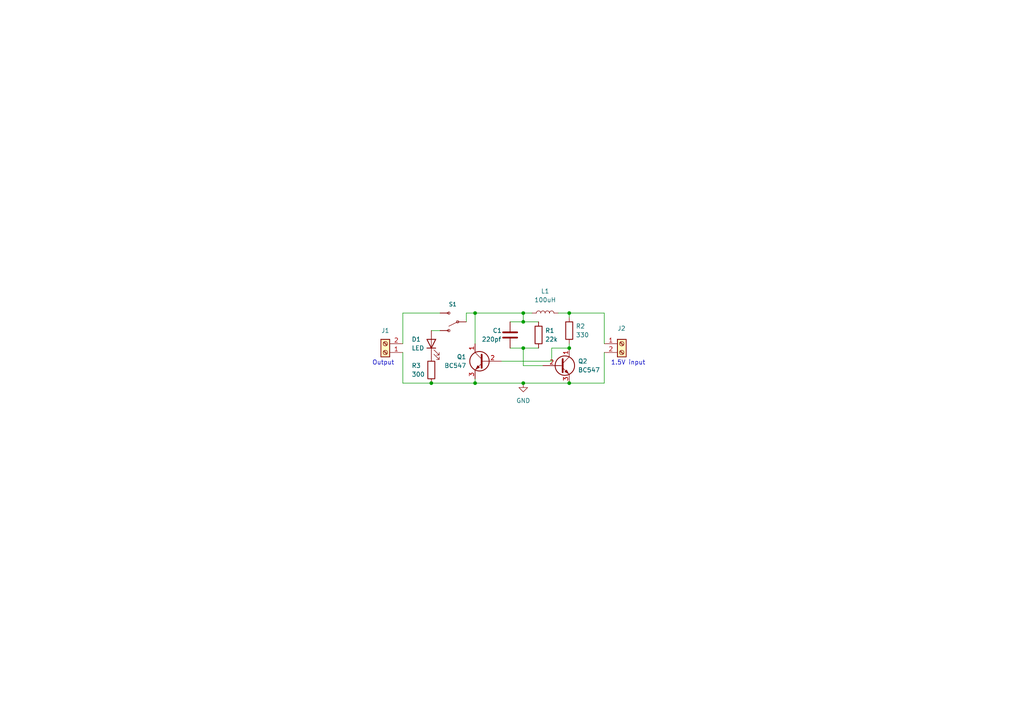
<source format=kicad_sch>
(kicad_sch (version 20211123) (generator eeschema)
  (paper "A4")
  (title_block (title "Simple JouleThief ") (date "2022-10-08") (rev "1.0") (comment 1 "Casper R. Tak"))
  (lib_symbols
    (symbol "Connector:Screw_Terminal_01x02" (pin_names (offset 1.016) hide)
      (property "Reference" "J" (at 0 2.54 0))
      (property "Value" "Screw_Terminal_01x02" (at 0 -5.08 0))
      (symbol "Screw_Terminal_01x02_1_1"
        (rectangle (start -1.27 1.27) (end 1.27 -3.81) (stroke (width 0.254)) (fill (type background)))
        (circle (center 0 -2.54) (radius 0.635) (stroke (width 0.1524)))
        (polyline (pts (xy -0.5334 -2.2098) (xy 0.3302 -3.048)) (stroke (width 0.1524)))
        (polyline (pts (xy -0.5334 0.3302) (xy 0.3302 -0.508)) (stroke (width 0.1524)))
        (polyline (pts (xy -0.3556 -2.032) (xy 0.508 -2.8702)) (stroke (width 0.1524)))
        (polyline (pts (xy -0.3556 0.508) (xy 0.508 -0.3302)) (stroke (width 0.1524)))
        (circle (center 0 0) (radius 0.635) (stroke (width 0.1524)))
        (pin passive line (at -5.08 0 0) (length 3.81) (name "Pin_1") (number "1"))
        (pin passive line (at -5.08 -2.54 0) (length 3.81) (name "Pin_2") (number "2"))
      )
    )
    (symbol "Device:C" (pin_numbers hide) (pin_names (offset 0.254))
      (property "Reference" "C" (at 0.635 2.54 0))
      (property "Value" "C" (at 0.635 -2.54 0))
      (symbol "C_0_1"
        (polyline (pts (xy -2.032 -0.762) (xy 2.032 -0.762)) (stroke (width 0.508)))
        (polyline (pts (xy -2.032 0.762) (xy 2.032 0.762)) (stroke (width 0.508)))
      )
      (symbol "C_1_1"
        (pin passive line (at 0 3.81 270) (length 2.794) (name "~") (number "1"))
        (pin passive line (at 0 -3.81 90) (length 2.794) (name "~") (number "2"))
      )
    )
    (symbol "Device:L" (pin_numbers hide) (pin_names (offset 1.016) hide)
      (property "Reference" "L" (at -1.27 0 90))
      (property "Value" "L" (at 1.905 0 90))
      (symbol "L_0_1"
        (arc (start 0 -2.54) (mid 0.635 -1.905) (end 0 -1.27))
        (arc (start 0 -1.27) (mid 0.635 -0.635) (end 0 0))
        (arc (start 0 0) (mid 0.635 0.635) (end 0 1.27))
        (arc (start 0 1.27) (mid 0.635 1.905) (end 0 2.54))
      )
      (symbol "L_1_1"
        (pin passive line (at 0 3.81 270) (length 1.27) (name "1") (number "1"))
        (pin passive line (at 0 -3.81 90) (length 1.27) (name "2") (number "2"))
      )
    )
    (symbol "Device:LED" (pin_numbers hide) (pin_names (offset 1.016) hide)
      (property "Reference" "D" (at 0 2.54 0))
      (property "Value" "LED" (at 0 -2.54 0))
      (symbol "LED_0_1"
        (polyline (pts (xy -1.27 -1.27) (xy -1.27 1.27)) (stroke (width 0.254)))
        (polyline (pts (xy -1.27 0) (xy 1.27 0)))
        (polyline (pts (xy 1.27 -1.27) (xy 1.27 1.27) (xy -1.27 0) (xy 1.27 -1.27)) (stroke (width 0.254)))
        (polyline (pts (xy -3.048 -0.762) (xy -4.572 -2.286) (xy -3.81 -2.286) (xy -4.572 -2.286) (xy -4.572 -1.524)))
        (polyline (pts (xy -1.778 -0.762) (xy -3.302 -2.286) (xy -2.54 -2.286) (xy -3.302 -2.286) (xy -3.302 -1.524)))
      )
      (symbol "LED_1_1"
        (pin passive line (at -3.81 0 0) (length 2.54) (name "K") (number "1"))
        (pin passive line (at 3.81 0 180) (length 2.54) (name "A") (number "2"))
      )
    )
    (symbol "Device:R" (pin_numbers hide) (pin_names (offset 0))
      (property "Reference" "R" (at 2.032 0 90))
      (property "Value" "R" (at 0 0 90))
      (symbol "R_0_1"
        (rectangle (start -1.016 -2.54) (end 1.016 2.54) (stroke (width 0.254)))
      )
      (symbol "R_1_1"
        (pin passive line (at 0 3.81 270) (length 1.27) (name "~") (number "1"))
        (pin passive line (at 0 -3.81 90) (length 1.27) (name "~") (number "2"))
      )
    )
    (symbol "SparkFun-Switches:SWITCH-SPDT-PTH-11.6X4.0MM-KIT" (pin_numbers hide) (pin_names (offset 1.016) hide)
      (property "Reference" "S" (at -2.54 3.81 0))
      (property "Value" "SWITCH-SPDT-PTH-11.6X4.0MM-KIT" (at -2.54 -5.08 0))
      (property "Field4" "SWCH-08261" (at 0 7.62 0))
      (symbol "SWITCH-SPDT-PTH-11.6X4.0MM-KIT_1_0"
        (polyline (pts (xy 0 0) (xy 2.54 1.27)))
        (polyline (pts (xy 2.54 -2.54) (xy 3.175 -2.54)))
        (polyline (pts (xy 2.54 2.54) (xy 3.175 2.54)))
      )
      (symbol "SWITCH-SPDT-PTH-11.6X4.0MM-KIT_1_1"
        (circle (center 0 0) (radius 0.3556))
        (circle (center 2.54 -2.54) (radius 0.3556))
        (circle (center 2.54 2.54) (radius 0.3556))
        (pin passive line (at 5.08 2.54 180) (length 2.54) (name "O") (number "1"))
        (pin passive line (at -2.54 0 0) (length 2.54) (name "P") (number "2"))
        (pin passive line (at 5.08 -2.54 180) (length 2.54) (name "S") (number "3"))
      )
    )
    (symbol "Transistor_BJT:BC547" (pin_names (offset 0) hide)
      (property "Reference" "Q" (at 5.08 1.905 0))
      (property "Value" "BC547" (at 5.08 0 0))
      (symbol "BC547_0_1"
        (polyline (pts (xy 0 0) (xy 0.635 0)))
        (polyline (pts (xy 0.635 0.635) (xy 2.54 2.54)))
        (polyline (pts (xy 0.635 -0.635) (xy 2.54 -2.54) (xy 2.54 -2.54)))
        (polyline (pts (xy 0.635 1.905) (xy 0.635 -1.905) (xy 0.635 -1.905)) (stroke (width 0.508)))
        (polyline (pts (xy 1.27 -1.778) (xy 1.778 -1.27) (xy 2.286 -2.286) (xy 1.27 -1.778) (xy 1.27 -1.778)) (fill (type outline)))
        (circle (center 1.27 0) (radius 2.8194) (stroke (width 0.254)))
      )
      (symbol "BC547_1_1"
        (pin passive line (at 2.54 5.08 270) (length 2.54) (name "C") (number "1"))
        (pin input line (at -5.08 0 0) (length 5.08) (name "B") (number "2"))
        (pin passive line (at 2.54 -5.08 90) (length 2.54) (name "E") (number "3"))
      )
    )
    (symbol "power:GND" (power) (pin_names (offset 0))
      (property "Value" "GND" (at 0 -3.81 0))
      (symbol "GND_0_1"
        (polyline (pts (xy 0 0) (xy 0 -1.27) (xy 1.27 -1.27) (xy 0 -2.54) (xy -1.27 -1.27) (xy 0 -1.27)))
      )
      (symbol "GND_1_1"
        (pin power_in line (at 0 0 270) (length 0) hide (name "GND") (number "1"))
      )
    )
  )
  (junction (at 151.765 90.805))
  (junction (at 137.795 90.805))
  (junction (at 151.765 100.965))
  (junction (at 165.1 100.965))
  (junction (at 151.765 111.125))
  (junction (at 125.095 111.125))
  (junction (at 151.765 93.345))
  (junction (at 165.1 111.125))
  (junction (at 165.1 90.805))
  (junction (at 137.795 111.125))
  (wire (pts (xy 116.84 111.125) (xy 125.095 111.125)))
  (wire (pts (xy 137.795 109.855) (xy 137.795 111.125)))
  (wire (pts (xy 147.955 100.965) (xy 151.765 100.965)))
  (wire (pts (xy 165.1 99.695) (xy 165.1 100.965)))
  (wire (pts (xy 147.955 93.345) (xy 151.765 93.345)))
  (wire (pts (xy 135.255 90.805) (xy 137.795 90.805)))
  (wire (pts (xy 151.765 90.805) (xy 137.795 90.805)))
  (wire (pts (xy 151.765 93.345) (xy 151.765 90.805)))
  (wire (pts (xy 156.21 93.345) (xy 151.765 93.345)))
  (wire (pts (xy 151.765 100.965) (xy 151.765 106.045)))
  (wire (pts (xy 145.415 104.775) (xy 160.02 104.775)))
  (wire (pts (xy 175.26 99.695) (xy 175.26 90.805)))
  (wire (pts (xy 116.84 111.125) (xy 116.84 102.235)))
  (wire (pts (xy 125.095 111.125) (xy 137.795 111.125)))
  (wire (pts (xy 160.02 100.965) (xy 160.02 104.775)))
  (wire (pts (xy 151.765 100.965) (xy 156.21 100.965)))
  (wire (pts (xy 161.925 90.805) (xy 165.1 90.805)))
  (wire (pts (xy 137.795 90.805) (xy 137.795 99.695)))
  (wire (pts (xy 165.1 92.075) (xy 165.1 90.805)))
  (wire (pts (xy 151.765 106.045) (xy 157.48 106.045)))
  (wire (pts (xy 175.26 90.805) (xy 165.1 90.805)))
  (wire (pts (xy 165.1 100.965) (xy 160.02 100.965)))
  (wire (pts (xy 175.26 111.125) (xy 165.1 111.125)))
  (wire (pts (xy 175.26 102.235) (xy 175.26 111.125)))
  (wire (pts (xy 151.765 90.805) (xy 154.305 90.805)))
  (wire (pts (xy 137.795 111.125) (xy 151.765 111.125)))
  (wire (pts (xy 127.635 95.885) (xy 125.095 95.885)))
  (wire (pts (xy 165.1 111.125) (xy 151.765 111.125)))
  (wire (pts (xy 116.84 99.695) (xy 116.84 90.805)))
  (wire (pts (xy 116.84 90.805) (xy 127.635 90.805)))
  (wire (pts (xy 135.255 93.345) (xy 135.255 90.805)))
  (text "1.5V input\n" (at 177.165 106.045 0) (effects (font (size 1.27 1.27)) (justify left bottom)))
  (text "Output" (at 107.95 106.045 0) (effects (font (size 1.27 1.27)) (justify left bottom)))
  (symbol (lib_id "Transistor_BJT:BC547") (at 162.56 106.045 0) (unit 1)
    (property "Reference" "Q2" (at 167.64 104.775 0) (effects (justify left)))
    (property "Value" "BC547" (at 167.64 107.315 0) (effects (justify left)))
    (property "Footprint" "Package_TO_SOT_THT:TO-92_Inline" (effects hide))
    (property "Datasheet" "https://www.onsemi.com/pub/Collateral/BC550-D.pdf" (effects hide))
  )
  (symbol (lib_id "Connector:Screw_Terminal_01x02") (at 180.34 99.695 0) (unit 1)
    (property "Reference" "J2" (at 179.07 95.25 0) (effects (justify left)))
    (property "Value" "Screw_Terminal_01x02" (effects hide))
    (property "Footprint" "TerminalBlock:TerminalBlock_bornier-2_P5.08mm" (effects hide))
  )
  (symbol (lib_id "Device:L") (at 158.115 90.805 90) (unit 1)
    (property "Reference" "L1" (at 158.115 84.455 90))
    (property "Value" "100uH" (at 158.115 86.995 90))
    (property "Footprint" "Inductor_THT:L_Axial_L5.0mm_D3.6mm_P10.00mm_Horizontal_Murata_BL01RN1A2A2" (effects hide))
  )
  (symbol (lib_id "Transistor_BJT:BC547") (at 140.335 104.775 0) (mirror y) (unit 1)
    (property "Reference" "Q1" (at 135.255 103.505 0) (effects (justify left)))
    (property "Value" "BC547" (at 135.255 106.045 0) (effects (justify left)))
    (property "Footprint" "Package_TO_SOT_THT:TO-92_Inline" (effects hide))
    (property "Datasheet" "https://www.onsemi.com/pub/Collateral/BC550-D.pdf" (effects hide))
  )
  (symbol (lib_id "Device:C") (at 147.955 97.155 0) (unit 1)
    (property "Reference" "C1" (at 142.875 95.885 0) (effects (justify left)))
    (property "Value" "220pf" (at 139.7 98.425 0) (effects (justify left)))
    (property "Footprint" "Capacitor_THT:C_Axial_L5.1mm_D3.1mm_P7.50mm_Horizontal" (effects hide))
  )
  (symbol (lib_id "SparkFun-Switches:SWITCH-SPDT-PTH-11.6X4.0MM-KIT") (at 132.715 93.345 180) (unit 1)
    (property "Reference" "S1" (at 131.3053 88.265 0) (effects (font (size 1.143 1.143))))
    (property "Value" "SWITCH-SPDT-PTH-11.6X4.0MM-KIT" (effects hide))
    (property "Footprint" "SnapEDA Library:SW_1825159-1" (effects hide))
    (property "Field4" "SWCH-08261" (effects hide))
  )
  (symbol (lib_id "Device:R") (at 165.1 95.885 0) (unit 1)
    (property "Reference" "R2" (at 167.005 94.6149 0) (effects (justify left)))
    (property "Value" "330" (at 167.005 97.1549 0) (effects (justify left)))
    (property "Footprint" "Resistor_THT:R_Axial_DIN0204_L3.6mm_D1.6mm_P7.62mm_Horizontal" (effects hide))
  )
  (symbol (lib_id "power:GND") (at 151.765 111.125 0) (mirror y) (unit 1)
    (property "Reference" "#PWR01" (effects hide))
    (property "Value" "GND" (at 151.765 116.205 0))
  )
  (symbol (lib_id "Connector:Screw_Terminal_01x02") (at 111.76 102.235 180) (unit 1)
    (property "Reference" "J1" (at 111.76 95.885 0))
    (property "Value" "Screw_Terminal_01x02" (effects hide))
    (property "Footprint" "TerminalBlock:TerminalBlock_bornier-2_P5.08mm" (effects hide))
  )
  (symbol (lib_id "Device:R") (at 156.21 97.155 0) (unit 1)
    (property "Reference" "R1" (at 158.115 95.8849 0) (effects (justify left)))
    (property "Value" "22k" (at 158.115 98.425 0) (effects (justify left)))
    (property "Footprint" "Resistor_THT:R_Axial_DIN0204_L3.6mm_D1.6mm_P7.62mm_Horizontal" (effects hide))
  )
  (symbol (lib_id "Device:LED") (at 125.095 99.695 90) (unit 1)
    (property "Reference" "D1" (at 119.38 98.425 90) (effects (justify right)))
    (property "Value" "LED" (at 119.38 100.965 90) (effects (justify right)))
    (property "Footprint" "LED_THT:LED_D5.0mm_Clear" (effects hide))
  )
  (symbol (lib_id "Device:R") (at 125.095 107.315 0) (unit 1)
    (property "Reference" "R3" (at 119.38 106.045 0) (effects (justify left)))
    (property "Value" "300" (at 119.38 108.585 0) (effects (justify left)))
    (property "Footprint" "Resistor_THT:R_Axial_DIN0204_L3.6mm_D1.6mm_P7.62mm_Horizontal" (effects hide))
  )
)
</source>
